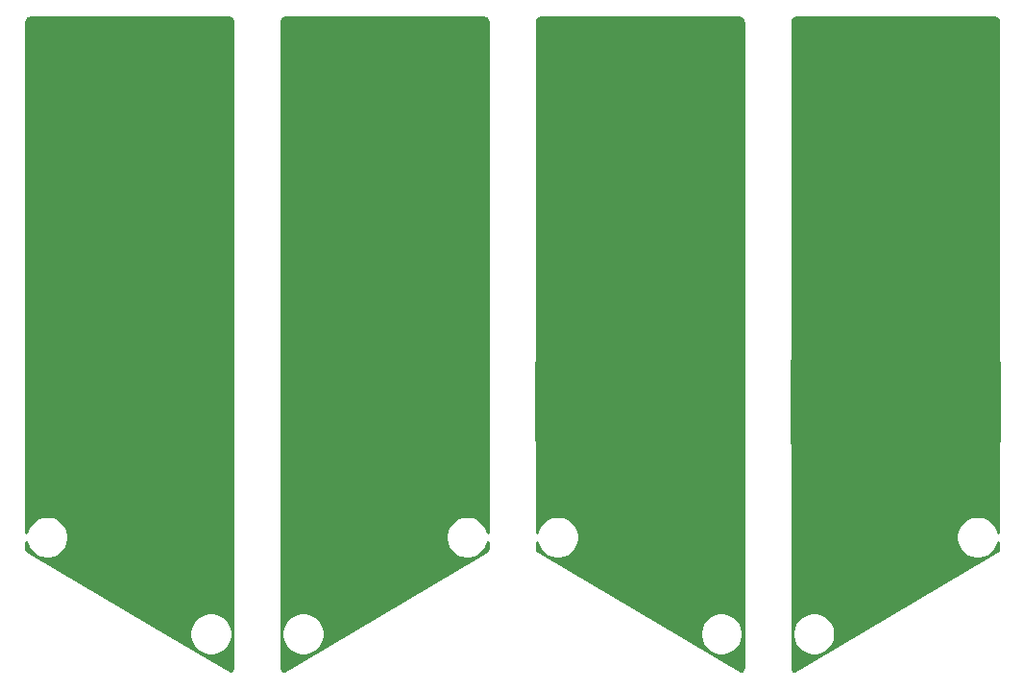
<source format=gbr>
%TF.GenerationSoftware,KiCad,Pcbnew,(5.1.10-1-10_14)*%
%TF.CreationDate,2021-07-07T01:14:00+09:00*%
%TF.ProjectId,StickPlate,53746963-6b50-46c6-9174-652e6b696361,rev?*%
%TF.SameCoordinates,Original*%
%TF.FileFunction,Copper,L2,Bot*%
%TF.FilePolarity,Positive*%
%FSLAX46Y46*%
G04 Gerber Fmt 4.6, Leading zero omitted, Abs format (unit mm)*
G04 Created by KiCad (PCBNEW (5.1.10-1-10_14)) date 2021-07-07 01:14:00*
%MOMM*%
%LPD*%
G01*
G04 APERTURE LIST*
%TA.AperFunction,NonConductor*%
%ADD10C,0.254000*%
%TD*%
%TA.AperFunction,NonConductor*%
%ADD11C,0.100000*%
%TD*%
G04 APERTURE END LIST*
D10*
X150065424Y-71419580D02*
X150128356Y-71438580D01*
X150186405Y-71469445D01*
X150237343Y-71510989D01*
X150279248Y-71561644D01*
X150310515Y-71619471D01*
X150329956Y-71682272D01*
X150340000Y-71777835D01*
X150340001Y-101217572D01*
X150340000Y-101217582D01*
X150340000Y-101532419D01*
X150343296Y-101565884D01*
X150343296Y-101585349D01*
X150344259Y-101594514D01*
X150373000Y-101850741D01*
X150373000Y-108633573D01*
X150372680Y-108635079D01*
X150371717Y-108644244D01*
X150343150Y-108935596D01*
X150343150Y-108935608D01*
X150340001Y-108967581D01*
X150340000Y-128717721D01*
X150330420Y-128815424D01*
X150311420Y-128878357D01*
X150280554Y-128936406D01*
X150239011Y-128987343D01*
X150188356Y-129029248D01*
X150130870Y-129060331D01*
X144267042Y-125584344D01*
X146545000Y-125584344D01*
X146545000Y-125955656D01*
X146617439Y-126319834D01*
X146759534Y-126662882D01*
X146965825Y-126971618D01*
X147228382Y-127234175D01*
X147537118Y-127440466D01*
X147880166Y-127582561D01*
X148244344Y-127655000D01*
X148615656Y-127655000D01*
X148979834Y-127582561D01*
X149322882Y-127440466D01*
X149631618Y-127234175D01*
X149894175Y-126971618D01*
X150100466Y-126662882D01*
X150242561Y-126319834D01*
X150315000Y-125955656D01*
X150315000Y-125584344D01*
X150242561Y-125220166D01*
X150100466Y-124877118D01*
X149894175Y-124568382D01*
X149631618Y-124305825D01*
X149322882Y-124099534D01*
X148979834Y-123957439D01*
X148615656Y-123885000D01*
X148244344Y-123885000D01*
X147880166Y-123957439D01*
X147537118Y-124099534D01*
X147228382Y-124305825D01*
X146965825Y-124568382D01*
X146759534Y-124877118D01*
X146617439Y-125220166D01*
X146545000Y-125584344D01*
X144267042Y-125584344D01*
X132229252Y-118448529D01*
X132220096Y-118437382D01*
X132189030Y-118379446D01*
X132169810Y-118316578D01*
X132160000Y-118219999D01*
X132160000Y-117661888D01*
X132187439Y-117799834D01*
X132329534Y-118142882D01*
X132535825Y-118451618D01*
X132798382Y-118714175D01*
X133107118Y-118920466D01*
X133450166Y-119062561D01*
X133814344Y-119135000D01*
X134185656Y-119135000D01*
X134549834Y-119062561D01*
X134892882Y-118920466D01*
X135201618Y-118714175D01*
X135464175Y-118451618D01*
X135670466Y-118142882D01*
X135812561Y-117799834D01*
X135885000Y-117435656D01*
X135885000Y-117064344D01*
X135812561Y-116700166D01*
X135670466Y-116357118D01*
X135464175Y-116048382D01*
X135201618Y-115785825D01*
X134892882Y-115579534D01*
X134549834Y-115437439D01*
X134185656Y-115365000D01*
X133814344Y-115365000D01*
X133450166Y-115437439D01*
X133107118Y-115579534D01*
X132798382Y-115785825D01*
X132535825Y-116048382D01*
X132329534Y-116357118D01*
X132187439Y-116700166D01*
X132160000Y-116838112D01*
X132160000Y-108967581D01*
X132156704Y-108934116D01*
X132156704Y-108914651D01*
X132155741Y-108905486D01*
X132127000Y-108649258D01*
X132127000Y-101866426D01*
X132127320Y-101864921D01*
X132128283Y-101855756D01*
X132156850Y-101564404D01*
X132156850Y-101564402D01*
X132160000Y-101532419D01*
X132160000Y-71782279D01*
X132169580Y-71684576D01*
X132188580Y-71621644D01*
X132219445Y-71563595D01*
X132260989Y-71512657D01*
X132311644Y-71470752D01*
X132369471Y-71439485D01*
X132432272Y-71420044D01*
X132527835Y-71410000D01*
X149967721Y-71410000D01*
X150065424Y-71419580D01*
%TA.AperFunction,NonConductor*%
D11*
G36*
X150065424Y-71419580D02*
G01*
X150128356Y-71438580D01*
X150186405Y-71469445D01*
X150237343Y-71510989D01*
X150279248Y-71561644D01*
X150310515Y-71619471D01*
X150329956Y-71682272D01*
X150340000Y-71777835D01*
X150340001Y-101217572D01*
X150340000Y-101217582D01*
X150340000Y-101532419D01*
X150343296Y-101565884D01*
X150343296Y-101585349D01*
X150344259Y-101594514D01*
X150373000Y-101850741D01*
X150373000Y-108633573D01*
X150372680Y-108635079D01*
X150371717Y-108644244D01*
X150343150Y-108935596D01*
X150343150Y-108935608D01*
X150340001Y-108967581D01*
X150340000Y-128717721D01*
X150330420Y-128815424D01*
X150311420Y-128878357D01*
X150280554Y-128936406D01*
X150239011Y-128987343D01*
X150188356Y-129029248D01*
X150130870Y-129060331D01*
X144267042Y-125584344D01*
X146545000Y-125584344D01*
X146545000Y-125955656D01*
X146617439Y-126319834D01*
X146759534Y-126662882D01*
X146965825Y-126971618D01*
X147228382Y-127234175D01*
X147537118Y-127440466D01*
X147880166Y-127582561D01*
X148244344Y-127655000D01*
X148615656Y-127655000D01*
X148979834Y-127582561D01*
X149322882Y-127440466D01*
X149631618Y-127234175D01*
X149894175Y-126971618D01*
X150100466Y-126662882D01*
X150242561Y-126319834D01*
X150315000Y-125955656D01*
X150315000Y-125584344D01*
X150242561Y-125220166D01*
X150100466Y-124877118D01*
X149894175Y-124568382D01*
X149631618Y-124305825D01*
X149322882Y-124099534D01*
X148979834Y-123957439D01*
X148615656Y-123885000D01*
X148244344Y-123885000D01*
X147880166Y-123957439D01*
X147537118Y-124099534D01*
X147228382Y-124305825D01*
X146965825Y-124568382D01*
X146759534Y-124877118D01*
X146617439Y-125220166D01*
X146545000Y-125584344D01*
X144267042Y-125584344D01*
X132229252Y-118448529D01*
X132220096Y-118437382D01*
X132189030Y-118379446D01*
X132169810Y-118316578D01*
X132160000Y-118219999D01*
X132160000Y-117661888D01*
X132187439Y-117799834D01*
X132329534Y-118142882D01*
X132535825Y-118451618D01*
X132798382Y-118714175D01*
X133107118Y-118920466D01*
X133450166Y-119062561D01*
X133814344Y-119135000D01*
X134185656Y-119135000D01*
X134549834Y-119062561D01*
X134892882Y-118920466D01*
X135201618Y-118714175D01*
X135464175Y-118451618D01*
X135670466Y-118142882D01*
X135812561Y-117799834D01*
X135885000Y-117435656D01*
X135885000Y-117064344D01*
X135812561Y-116700166D01*
X135670466Y-116357118D01*
X135464175Y-116048382D01*
X135201618Y-115785825D01*
X134892882Y-115579534D01*
X134549834Y-115437439D01*
X134185656Y-115365000D01*
X133814344Y-115365000D01*
X133450166Y-115437439D01*
X133107118Y-115579534D01*
X132798382Y-115785825D01*
X132535825Y-116048382D01*
X132329534Y-116357118D01*
X132187439Y-116700166D01*
X132160000Y-116838112D01*
X132160000Y-108967581D01*
X132156704Y-108934116D01*
X132156704Y-108914651D01*
X132155741Y-108905486D01*
X132127000Y-108649258D01*
X132127000Y-101866426D01*
X132127320Y-101864921D01*
X132128283Y-101855756D01*
X132156850Y-101564404D01*
X132156850Y-101564402D01*
X132160000Y-101532419D01*
X132160000Y-71782279D01*
X132169580Y-71684576D01*
X132188580Y-71621644D01*
X132219445Y-71563595D01*
X132260989Y-71512657D01*
X132311644Y-71470752D01*
X132369471Y-71439485D01*
X132432272Y-71420044D01*
X132527835Y-71410000D01*
X149967721Y-71410000D01*
X150065424Y-71419580D01*
G37*
%TD.AperFunction*%
D10*
X172565424Y-71419580D02*
X172628356Y-71438580D01*
X172686405Y-71469445D01*
X172737343Y-71510989D01*
X172779248Y-71561644D01*
X172810515Y-71619471D01*
X172829956Y-71682272D01*
X172840000Y-71777835D01*
X172840001Y-101532419D01*
X172843296Y-101565874D01*
X172843296Y-101585349D01*
X172844259Y-101594514D01*
X172873000Y-101850741D01*
X172873000Y-108633573D01*
X172872680Y-108635079D01*
X172871717Y-108644244D01*
X172843150Y-108935596D01*
X172843150Y-108935608D01*
X172840001Y-108967581D01*
X172840000Y-116838113D01*
X172812561Y-116700166D01*
X172670466Y-116357118D01*
X172464175Y-116048382D01*
X172201618Y-115785825D01*
X171892882Y-115579534D01*
X171549834Y-115437439D01*
X171185656Y-115365000D01*
X170814344Y-115365000D01*
X170450166Y-115437439D01*
X170107118Y-115579534D01*
X169798382Y-115785825D01*
X169535825Y-116048382D01*
X169329534Y-116357118D01*
X169187439Y-116700166D01*
X169115000Y-117064344D01*
X169115000Y-117435656D01*
X169187439Y-117799834D01*
X169329534Y-118142882D01*
X169535825Y-118451618D01*
X169798382Y-118714175D01*
X170107118Y-118920466D01*
X170450166Y-119062561D01*
X170814344Y-119135000D01*
X171185656Y-119135000D01*
X171549834Y-119062561D01*
X171892882Y-118920466D01*
X172201618Y-118714175D01*
X172464175Y-118451618D01*
X172670466Y-118142882D01*
X172812561Y-117799834D01*
X172840000Y-117661888D01*
X172840000Y-118217721D01*
X172830420Y-118315424D01*
X172811420Y-118378357D01*
X172780554Y-118436406D01*
X172770592Y-118448621D01*
X154869351Y-129060201D01*
X154813594Y-129030554D01*
X154762657Y-128989011D01*
X154720752Y-128938356D01*
X154689485Y-128880529D01*
X154670044Y-128817728D01*
X154660000Y-128722165D01*
X154660000Y-125584344D01*
X154685000Y-125584344D01*
X154685000Y-125955656D01*
X154757439Y-126319834D01*
X154899534Y-126662882D01*
X155105825Y-126971618D01*
X155368382Y-127234175D01*
X155677118Y-127440466D01*
X156020166Y-127582561D01*
X156384344Y-127655000D01*
X156755656Y-127655000D01*
X157119834Y-127582561D01*
X157462882Y-127440466D01*
X157771618Y-127234175D01*
X158034175Y-126971618D01*
X158240466Y-126662882D01*
X158382561Y-126319834D01*
X158455000Y-125955656D01*
X158455000Y-125584344D01*
X158382561Y-125220166D01*
X158240466Y-124877118D01*
X158034175Y-124568382D01*
X157771618Y-124305825D01*
X157462882Y-124099534D01*
X157119834Y-123957439D01*
X156755656Y-123885000D01*
X156384344Y-123885000D01*
X156020166Y-123957439D01*
X155677118Y-124099534D01*
X155368382Y-124305825D01*
X155105825Y-124568382D01*
X154899534Y-124877118D01*
X154757439Y-125220166D01*
X154685000Y-125584344D01*
X154660000Y-125584344D01*
X154660000Y-108967581D01*
X154656704Y-108934116D01*
X154656704Y-108914651D01*
X154655741Y-108905486D01*
X154627000Y-108649258D01*
X154627000Y-101866426D01*
X154627320Y-101864921D01*
X154628283Y-101855756D01*
X154656850Y-101564404D01*
X154656850Y-101564402D01*
X154660000Y-101532419D01*
X154660000Y-71782279D01*
X154669580Y-71684576D01*
X154688580Y-71621644D01*
X154719445Y-71563595D01*
X154760989Y-71512657D01*
X154811644Y-71470752D01*
X154869471Y-71439485D01*
X154932272Y-71420044D01*
X155027835Y-71410000D01*
X172467721Y-71410000D01*
X172565424Y-71419580D01*
%TA.AperFunction,NonConductor*%
D11*
G36*
X172565424Y-71419580D02*
G01*
X172628356Y-71438580D01*
X172686405Y-71469445D01*
X172737343Y-71510989D01*
X172779248Y-71561644D01*
X172810515Y-71619471D01*
X172829956Y-71682272D01*
X172840000Y-71777835D01*
X172840001Y-101532419D01*
X172843296Y-101565874D01*
X172843296Y-101585349D01*
X172844259Y-101594514D01*
X172873000Y-101850741D01*
X172873000Y-108633573D01*
X172872680Y-108635079D01*
X172871717Y-108644244D01*
X172843150Y-108935596D01*
X172843150Y-108935608D01*
X172840001Y-108967581D01*
X172840000Y-116838113D01*
X172812561Y-116700166D01*
X172670466Y-116357118D01*
X172464175Y-116048382D01*
X172201618Y-115785825D01*
X171892882Y-115579534D01*
X171549834Y-115437439D01*
X171185656Y-115365000D01*
X170814344Y-115365000D01*
X170450166Y-115437439D01*
X170107118Y-115579534D01*
X169798382Y-115785825D01*
X169535825Y-116048382D01*
X169329534Y-116357118D01*
X169187439Y-116700166D01*
X169115000Y-117064344D01*
X169115000Y-117435656D01*
X169187439Y-117799834D01*
X169329534Y-118142882D01*
X169535825Y-118451618D01*
X169798382Y-118714175D01*
X170107118Y-118920466D01*
X170450166Y-119062561D01*
X170814344Y-119135000D01*
X171185656Y-119135000D01*
X171549834Y-119062561D01*
X171892882Y-118920466D01*
X172201618Y-118714175D01*
X172464175Y-118451618D01*
X172670466Y-118142882D01*
X172812561Y-117799834D01*
X172840000Y-117661888D01*
X172840000Y-118217721D01*
X172830420Y-118315424D01*
X172811420Y-118378357D01*
X172780554Y-118436406D01*
X172770592Y-118448621D01*
X154869351Y-129060201D01*
X154813594Y-129030554D01*
X154762657Y-128989011D01*
X154720752Y-128938356D01*
X154689485Y-128880529D01*
X154670044Y-128817728D01*
X154660000Y-128722165D01*
X154660000Y-125584344D01*
X154685000Y-125584344D01*
X154685000Y-125955656D01*
X154757439Y-126319834D01*
X154899534Y-126662882D01*
X155105825Y-126971618D01*
X155368382Y-127234175D01*
X155677118Y-127440466D01*
X156020166Y-127582561D01*
X156384344Y-127655000D01*
X156755656Y-127655000D01*
X157119834Y-127582561D01*
X157462882Y-127440466D01*
X157771618Y-127234175D01*
X158034175Y-126971618D01*
X158240466Y-126662882D01*
X158382561Y-126319834D01*
X158455000Y-125955656D01*
X158455000Y-125584344D01*
X158382561Y-125220166D01*
X158240466Y-124877118D01*
X158034175Y-124568382D01*
X157771618Y-124305825D01*
X157462882Y-124099534D01*
X157119834Y-123957439D01*
X156755656Y-123885000D01*
X156384344Y-123885000D01*
X156020166Y-123957439D01*
X155677118Y-124099534D01*
X155368382Y-124305825D01*
X155105825Y-124568382D01*
X154899534Y-124877118D01*
X154757439Y-125220166D01*
X154685000Y-125584344D01*
X154660000Y-125584344D01*
X154660000Y-108967581D01*
X154656704Y-108934116D01*
X154656704Y-108914651D01*
X154655741Y-108905486D01*
X154627000Y-108649258D01*
X154627000Y-101866426D01*
X154627320Y-101864921D01*
X154628283Y-101855756D01*
X154656850Y-101564404D01*
X154656850Y-101564402D01*
X154660000Y-101532419D01*
X154660000Y-71782279D01*
X154669580Y-71684576D01*
X154688580Y-71621644D01*
X154719445Y-71563595D01*
X154760989Y-71512657D01*
X154811644Y-71470752D01*
X154869471Y-71439485D01*
X154932272Y-71420044D01*
X155027835Y-71410000D01*
X172467721Y-71410000D01*
X172565424Y-71419580D01*
G37*
%TD.AperFunction*%
D10*
X195065424Y-71419580D02*
X195128356Y-71438580D01*
X195186405Y-71469445D01*
X195237343Y-71510989D01*
X195279248Y-71561644D01*
X195310515Y-71619471D01*
X195329956Y-71682272D01*
X195340000Y-71777835D01*
X195340001Y-101532419D01*
X195343296Y-101565874D01*
X195343296Y-101585349D01*
X195344259Y-101594514D01*
X195373000Y-101850741D01*
X195373000Y-108633573D01*
X195372680Y-108635079D01*
X195371717Y-108644244D01*
X195343150Y-108935596D01*
X195343150Y-108935608D01*
X195340001Y-108967581D01*
X195340000Y-128717721D01*
X195330420Y-128815424D01*
X195311420Y-128878357D01*
X195280554Y-128936406D01*
X195239011Y-128987343D01*
X195188356Y-129029248D01*
X195130870Y-129060331D01*
X189267042Y-125584344D01*
X191545000Y-125584344D01*
X191545000Y-125955656D01*
X191617439Y-126319834D01*
X191759534Y-126662882D01*
X191965825Y-126971618D01*
X192228382Y-127234175D01*
X192537118Y-127440466D01*
X192880166Y-127582561D01*
X193244344Y-127655000D01*
X193615656Y-127655000D01*
X193979834Y-127582561D01*
X194322882Y-127440466D01*
X194631618Y-127234175D01*
X194894175Y-126971618D01*
X195100466Y-126662882D01*
X195242561Y-126319834D01*
X195315000Y-125955656D01*
X195315000Y-125584344D01*
X195242561Y-125220166D01*
X195100466Y-124877118D01*
X194894175Y-124568382D01*
X194631618Y-124305825D01*
X194322882Y-124099534D01*
X193979834Y-123957439D01*
X193615656Y-123885000D01*
X193244344Y-123885000D01*
X192880166Y-123957439D01*
X192537118Y-124099534D01*
X192228382Y-124305825D01*
X191965825Y-124568382D01*
X191759534Y-124877118D01*
X191617439Y-125220166D01*
X191545000Y-125584344D01*
X189267042Y-125584344D01*
X177229252Y-118448529D01*
X177220096Y-118437382D01*
X177189030Y-118379446D01*
X177169810Y-118316578D01*
X177160000Y-118219999D01*
X177160000Y-117661888D01*
X177187439Y-117799834D01*
X177329534Y-118142882D01*
X177535825Y-118451618D01*
X177798382Y-118714175D01*
X178107118Y-118920466D01*
X178450166Y-119062561D01*
X178814344Y-119135000D01*
X179185656Y-119135000D01*
X179549834Y-119062561D01*
X179892882Y-118920466D01*
X180201618Y-118714175D01*
X180464175Y-118451618D01*
X180670466Y-118142882D01*
X180812561Y-117799834D01*
X180885000Y-117435656D01*
X180885000Y-117064344D01*
X180812561Y-116700166D01*
X180670466Y-116357118D01*
X180464175Y-116048382D01*
X180201618Y-115785825D01*
X179892882Y-115579534D01*
X179549834Y-115437439D01*
X179185656Y-115365000D01*
X178814344Y-115365000D01*
X178450166Y-115437439D01*
X178107118Y-115579534D01*
X177798382Y-115785825D01*
X177535825Y-116048382D01*
X177329534Y-116357118D01*
X177187439Y-116700166D01*
X177160000Y-116838112D01*
X177160000Y-108967581D01*
X177156704Y-108934116D01*
X177156704Y-108914651D01*
X177155741Y-108905486D01*
X177127000Y-108649258D01*
X177127000Y-101866426D01*
X177127320Y-101864921D01*
X177128283Y-101855756D01*
X177156850Y-101564404D01*
X177156850Y-101564402D01*
X177160000Y-101532419D01*
X177160000Y-71782279D01*
X177169580Y-71684576D01*
X177188580Y-71621644D01*
X177219445Y-71563595D01*
X177260989Y-71512657D01*
X177311644Y-71470752D01*
X177369471Y-71439485D01*
X177432272Y-71420044D01*
X177527835Y-71410000D01*
X194967721Y-71410000D01*
X195065424Y-71419580D01*
%TA.AperFunction,NonConductor*%
D11*
G36*
X195065424Y-71419580D02*
G01*
X195128356Y-71438580D01*
X195186405Y-71469445D01*
X195237343Y-71510989D01*
X195279248Y-71561644D01*
X195310515Y-71619471D01*
X195329956Y-71682272D01*
X195340000Y-71777835D01*
X195340001Y-101532419D01*
X195343296Y-101565874D01*
X195343296Y-101585349D01*
X195344259Y-101594514D01*
X195373000Y-101850741D01*
X195373000Y-108633573D01*
X195372680Y-108635079D01*
X195371717Y-108644244D01*
X195343150Y-108935596D01*
X195343150Y-108935608D01*
X195340001Y-108967581D01*
X195340000Y-128717721D01*
X195330420Y-128815424D01*
X195311420Y-128878357D01*
X195280554Y-128936406D01*
X195239011Y-128987343D01*
X195188356Y-129029248D01*
X195130870Y-129060331D01*
X189267042Y-125584344D01*
X191545000Y-125584344D01*
X191545000Y-125955656D01*
X191617439Y-126319834D01*
X191759534Y-126662882D01*
X191965825Y-126971618D01*
X192228382Y-127234175D01*
X192537118Y-127440466D01*
X192880166Y-127582561D01*
X193244344Y-127655000D01*
X193615656Y-127655000D01*
X193979834Y-127582561D01*
X194322882Y-127440466D01*
X194631618Y-127234175D01*
X194894175Y-126971618D01*
X195100466Y-126662882D01*
X195242561Y-126319834D01*
X195315000Y-125955656D01*
X195315000Y-125584344D01*
X195242561Y-125220166D01*
X195100466Y-124877118D01*
X194894175Y-124568382D01*
X194631618Y-124305825D01*
X194322882Y-124099534D01*
X193979834Y-123957439D01*
X193615656Y-123885000D01*
X193244344Y-123885000D01*
X192880166Y-123957439D01*
X192537118Y-124099534D01*
X192228382Y-124305825D01*
X191965825Y-124568382D01*
X191759534Y-124877118D01*
X191617439Y-125220166D01*
X191545000Y-125584344D01*
X189267042Y-125584344D01*
X177229252Y-118448529D01*
X177220096Y-118437382D01*
X177189030Y-118379446D01*
X177169810Y-118316578D01*
X177160000Y-118219999D01*
X177160000Y-117661888D01*
X177187439Y-117799834D01*
X177329534Y-118142882D01*
X177535825Y-118451618D01*
X177798382Y-118714175D01*
X178107118Y-118920466D01*
X178450166Y-119062561D01*
X178814344Y-119135000D01*
X179185656Y-119135000D01*
X179549834Y-119062561D01*
X179892882Y-118920466D01*
X180201618Y-118714175D01*
X180464175Y-118451618D01*
X180670466Y-118142882D01*
X180812561Y-117799834D01*
X180885000Y-117435656D01*
X180885000Y-117064344D01*
X180812561Y-116700166D01*
X180670466Y-116357118D01*
X180464175Y-116048382D01*
X180201618Y-115785825D01*
X179892882Y-115579534D01*
X179549834Y-115437439D01*
X179185656Y-115365000D01*
X178814344Y-115365000D01*
X178450166Y-115437439D01*
X178107118Y-115579534D01*
X177798382Y-115785825D01*
X177535825Y-116048382D01*
X177329534Y-116357118D01*
X177187439Y-116700166D01*
X177160000Y-116838112D01*
X177160000Y-108967581D01*
X177156704Y-108934116D01*
X177156704Y-108914651D01*
X177155741Y-108905486D01*
X177127000Y-108649258D01*
X177127000Y-101866426D01*
X177127320Y-101864921D01*
X177128283Y-101855756D01*
X177156850Y-101564404D01*
X177156850Y-101564402D01*
X177160000Y-101532419D01*
X177160000Y-71782279D01*
X177169580Y-71684576D01*
X177188580Y-71621644D01*
X177219445Y-71563595D01*
X177260989Y-71512657D01*
X177311644Y-71470752D01*
X177369471Y-71439485D01*
X177432272Y-71420044D01*
X177527835Y-71410000D01*
X194967721Y-71410000D01*
X195065424Y-71419580D01*
G37*
%TD.AperFunction*%
D10*
X217565424Y-71419580D02*
X217628356Y-71438580D01*
X217686405Y-71469445D01*
X217737343Y-71510989D01*
X217779248Y-71561644D01*
X217810515Y-71619471D01*
X217829956Y-71682272D01*
X217840000Y-71777835D01*
X217840001Y-101532419D01*
X217843296Y-101565874D01*
X217843296Y-101585349D01*
X217844259Y-101594514D01*
X217873000Y-101850741D01*
X217873000Y-108633573D01*
X217872680Y-108635079D01*
X217871717Y-108644244D01*
X217843150Y-108935596D01*
X217843150Y-108935608D01*
X217840001Y-108967581D01*
X217840000Y-116838113D01*
X217812561Y-116700166D01*
X217670466Y-116357118D01*
X217464175Y-116048382D01*
X217201618Y-115785825D01*
X216892882Y-115579534D01*
X216549834Y-115437439D01*
X216185656Y-115365000D01*
X215814344Y-115365000D01*
X215450166Y-115437439D01*
X215107118Y-115579534D01*
X214798382Y-115785825D01*
X214535825Y-116048382D01*
X214329534Y-116357118D01*
X214187439Y-116700166D01*
X214115000Y-117064344D01*
X214115000Y-117435656D01*
X214187439Y-117799834D01*
X214329534Y-118142882D01*
X214535825Y-118451618D01*
X214798382Y-118714175D01*
X215107118Y-118920466D01*
X215450166Y-119062561D01*
X215814344Y-119135000D01*
X216185656Y-119135000D01*
X216549834Y-119062561D01*
X216892882Y-118920466D01*
X217201618Y-118714175D01*
X217464175Y-118451618D01*
X217670466Y-118142882D01*
X217812561Y-117799834D01*
X217840000Y-117661888D01*
X217840000Y-118217721D01*
X217830420Y-118315424D01*
X217811420Y-118378357D01*
X217780554Y-118436406D01*
X217770592Y-118448621D01*
X199869351Y-129060201D01*
X199813594Y-129030554D01*
X199762657Y-128989011D01*
X199720752Y-128938356D01*
X199689485Y-128880529D01*
X199670044Y-128817728D01*
X199660000Y-128722165D01*
X199660000Y-125584344D01*
X199685000Y-125584344D01*
X199685000Y-125955656D01*
X199757439Y-126319834D01*
X199899534Y-126662882D01*
X200105825Y-126971618D01*
X200368382Y-127234175D01*
X200677118Y-127440466D01*
X201020166Y-127582561D01*
X201384344Y-127655000D01*
X201755656Y-127655000D01*
X202119834Y-127582561D01*
X202462882Y-127440466D01*
X202771618Y-127234175D01*
X203034175Y-126971618D01*
X203240466Y-126662882D01*
X203382561Y-126319834D01*
X203455000Y-125955656D01*
X203455000Y-125584344D01*
X203382561Y-125220166D01*
X203240466Y-124877118D01*
X203034175Y-124568382D01*
X202771618Y-124305825D01*
X202462882Y-124099534D01*
X202119834Y-123957439D01*
X201755656Y-123885000D01*
X201384344Y-123885000D01*
X201020166Y-123957439D01*
X200677118Y-124099534D01*
X200368382Y-124305825D01*
X200105825Y-124568382D01*
X199899534Y-124877118D01*
X199757439Y-125220166D01*
X199685000Y-125584344D01*
X199660000Y-125584344D01*
X199660000Y-108967581D01*
X199656704Y-108934116D01*
X199656704Y-108914651D01*
X199655741Y-108905486D01*
X199627000Y-108649258D01*
X199627000Y-101866426D01*
X199627320Y-101864921D01*
X199628283Y-101855756D01*
X199656850Y-101564404D01*
X199656850Y-101564402D01*
X199660000Y-101532419D01*
X199660000Y-71782279D01*
X199669580Y-71684576D01*
X199688580Y-71621644D01*
X199719445Y-71563595D01*
X199760989Y-71512657D01*
X199811644Y-71470752D01*
X199869471Y-71439485D01*
X199932272Y-71420044D01*
X200027835Y-71410000D01*
X217467721Y-71410000D01*
X217565424Y-71419580D01*
%TA.AperFunction,NonConductor*%
D11*
G36*
X217565424Y-71419580D02*
G01*
X217628356Y-71438580D01*
X217686405Y-71469445D01*
X217737343Y-71510989D01*
X217779248Y-71561644D01*
X217810515Y-71619471D01*
X217829956Y-71682272D01*
X217840000Y-71777835D01*
X217840001Y-101532419D01*
X217843296Y-101565874D01*
X217843296Y-101585349D01*
X217844259Y-101594514D01*
X217873000Y-101850741D01*
X217873000Y-108633573D01*
X217872680Y-108635079D01*
X217871717Y-108644244D01*
X217843150Y-108935596D01*
X217843150Y-108935608D01*
X217840001Y-108967581D01*
X217840000Y-116838113D01*
X217812561Y-116700166D01*
X217670466Y-116357118D01*
X217464175Y-116048382D01*
X217201618Y-115785825D01*
X216892882Y-115579534D01*
X216549834Y-115437439D01*
X216185656Y-115365000D01*
X215814344Y-115365000D01*
X215450166Y-115437439D01*
X215107118Y-115579534D01*
X214798382Y-115785825D01*
X214535825Y-116048382D01*
X214329534Y-116357118D01*
X214187439Y-116700166D01*
X214115000Y-117064344D01*
X214115000Y-117435656D01*
X214187439Y-117799834D01*
X214329534Y-118142882D01*
X214535825Y-118451618D01*
X214798382Y-118714175D01*
X215107118Y-118920466D01*
X215450166Y-119062561D01*
X215814344Y-119135000D01*
X216185656Y-119135000D01*
X216549834Y-119062561D01*
X216892882Y-118920466D01*
X217201618Y-118714175D01*
X217464175Y-118451618D01*
X217670466Y-118142882D01*
X217812561Y-117799834D01*
X217840000Y-117661888D01*
X217840000Y-118217721D01*
X217830420Y-118315424D01*
X217811420Y-118378357D01*
X217780554Y-118436406D01*
X217770592Y-118448621D01*
X199869351Y-129060201D01*
X199813594Y-129030554D01*
X199762657Y-128989011D01*
X199720752Y-128938356D01*
X199689485Y-128880529D01*
X199670044Y-128817728D01*
X199660000Y-128722165D01*
X199660000Y-125584344D01*
X199685000Y-125584344D01*
X199685000Y-125955656D01*
X199757439Y-126319834D01*
X199899534Y-126662882D01*
X200105825Y-126971618D01*
X200368382Y-127234175D01*
X200677118Y-127440466D01*
X201020166Y-127582561D01*
X201384344Y-127655000D01*
X201755656Y-127655000D01*
X202119834Y-127582561D01*
X202462882Y-127440466D01*
X202771618Y-127234175D01*
X203034175Y-126971618D01*
X203240466Y-126662882D01*
X203382561Y-126319834D01*
X203455000Y-125955656D01*
X203455000Y-125584344D01*
X203382561Y-125220166D01*
X203240466Y-124877118D01*
X203034175Y-124568382D01*
X202771618Y-124305825D01*
X202462882Y-124099534D01*
X202119834Y-123957439D01*
X201755656Y-123885000D01*
X201384344Y-123885000D01*
X201020166Y-123957439D01*
X200677118Y-124099534D01*
X200368382Y-124305825D01*
X200105825Y-124568382D01*
X199899534Y-124877118D01*
X199757439Y-125220166D01*
X199685000Y-125584344D01*
X199660000Y-125584344D01*
X199660000Y-108967581D01*
X199656704Y-108934116D01*
X199656704Y-108914651D01*
X199655741Y-108905486D01*
X199627000Y-108649258D01*
X199627000Y-101866426D01*
X199627320Y-101864921D01*
X199628283Y-101855756D01*
X199656850Y-101564404D01*
X199656850Y-101564402D01*
X199660000Y-101532419D01*
X199660000Y-71782279D01*
X199669580Y-71684576D01*
X199688580Y-71621644D01*
X199719445Y-71563595D01*
X199760989Y-71512657D01*
X199811644Y-71470752D01*
X199869471Y-71439485D01*
X199932272Y-71420044D01*
X200027835Y-71410000D01*
X217467721Y-71410000D01*
X217565424Y-71419580D01*
G37*
%TD.AperFunction*%
M02*

</source>
